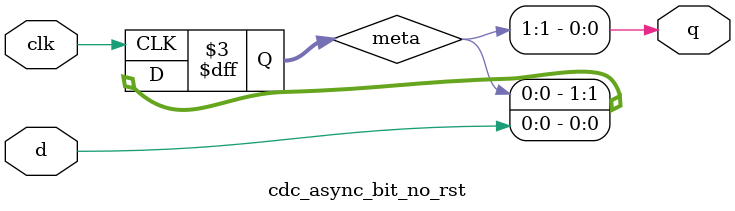
<source format=sv>

module cdc_async_bit_no_rst #(
		parameter int LENGTH = 2
	) (
		input  clk,
		input  d,
		output q
	);

	logic [LENGTH-1:0] meta = '0;
	always_ff @(posedge clk) begin
		meta <= {meta[LENGTH-2:0], d};
	end
	assign q = meta[LENGTH-1];

endmodule


</source>
